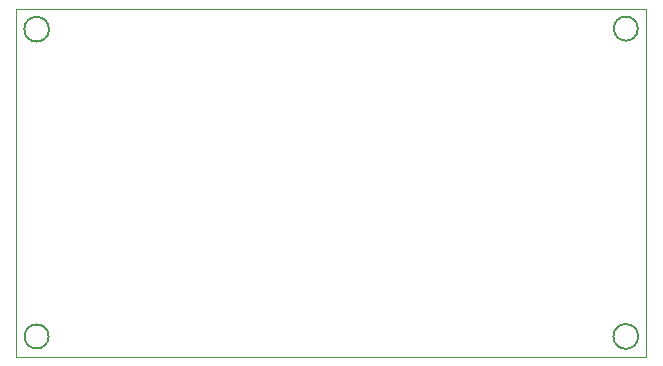
<source format=gbr>
%TF.GenerationSoftware,KiCad,Pcbnew,(6.0.2)*%
%TF.CreationDate,2022-04-10T16:45:17+09:00*%
%TF.ProjectId,joystick-input,6a6f7973-7469-4636-9b2d-696e7075742e,rev?*%
%TF.SameCoordinates,Original*%
%TF.FileFunction,Profile,NP*%
%FSLAX46Y46*%
G04 Gerber Fmt 4.6, Leading zero omitted, Abs format (unit mm)*
G04 Created by KiCad (PCBNEW (6.0.2)) date 2022-04-10 16:45:17*
%MOMM*%
%LPD*%
G01*
G04 APERTURE LIST*
%TA.AperFunction,Profile*%
%ADD10C,0.150000*%
%TD*%
%TA.AperFunction,Profile*%
%ADD11C,0.100000*%
%TD*%
G04 APERTURE END LIST*
D10*
X164439600Y-69443600D02*
G75*
G03*
X164439600Y-69443600I-1016000J0D01*
G01*
D11*
X111823500Y-67754500D02*
X165163500Y-67754500D01*
D10*
X114585269Y-69494400D02*
G75*
G03*
X114585269Y-69494400I-1047269J0D01*
G01*
X164470869Y-95504000D02*
G75*
G03*
X164470869Y-95504000I-1047269J0D01*
G01*
X114554000Y-95504000D02*
G75*
G03*
X114554000Y-95504000I-1016000J0D01*
G01*
D11*
X111823500Y-97218500D02*
X111823500Y-67754500D01*
X165163500Y-67754500D02*
X165163500Y-97218500D01*
X165163500Y-97218500D02*
X111823500Y-97218500D01*
M02*

</source>
